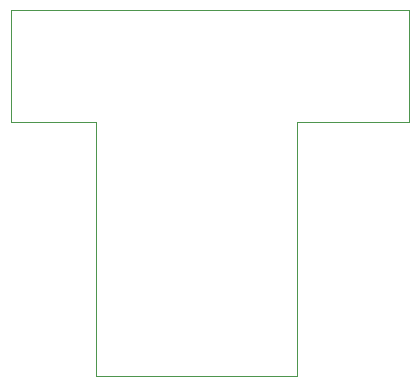
<source format=gbr>
%TF.GenerationSoftware,KiCad,Pcbnew,(6.0.6)*%
%TF.CreationDate,2022-06-22T16:08:49-06:00*%
%TF.ProjectId,21Pin_Fanout_Diodes_&_Heater,32315069-6e5f-4466-916e-6f75745f4469,rev?*%
%TF.SameCoordinates,Original*%
%TF.FileFunction,Profile,NP*%
%FSLAX46Y46*%
G04 Gerber Fmt 4.6, Leading zero omitted, Abs format (unit mm)*
G04 Created by KiCad (PCBNEW (6.0.6)) date 2022-06-22 16:08:49*
%MOMM*%
%LPD*%
G01*
G04 APERTURE LIST*
%TA.AperFunction,Profile*%
%ADD10C,0.100000*%
%TD*%
G04 APERTURE END LIST*
D10*
X-15750000Y24250000D02*
X17250000Y24250000D01*
X-8500000Y4750000D02*
X-8500000Y-6750000D01*
X-8500000Y14750000D02*
X-15750000Y14750000D01*
X18000000Y14750000D02*
X8500000Y14750000D01*
X18000000Y24250000D02*
X18000000Y14750000D01*
X8500000Y4750000D02*
X8500000Y-6750000D01*
X17250000Y24250000D02*
X18000000Y24250000D01*
X8500000Y4750000D02*
X8500000Y14750000D01*
X-8500000Y4750000D02*
X-8500000Y14750000D01*
X-15750000Y24250000D02*
X-15750000Y15000000D01*
X-15750000Y14750000D02*
X-15750000Y15000000D01*
X8500000Y-6750000D02*
X-8500000Y-6750000D01*
M02*

</source>
